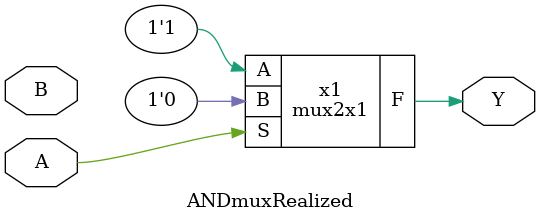
<source format=v>
module mux2x1(A,B,S,F);
input A,B,S;
output F;
assign F=~S&A|S&B;
endmodule

module ANDmuxRealized(A,B,Y);
input A,B;
output Y;
  mux2x1 x1(1,0,A,Y); //mux2x1(A,B,S,F);
endmodule

</source>
